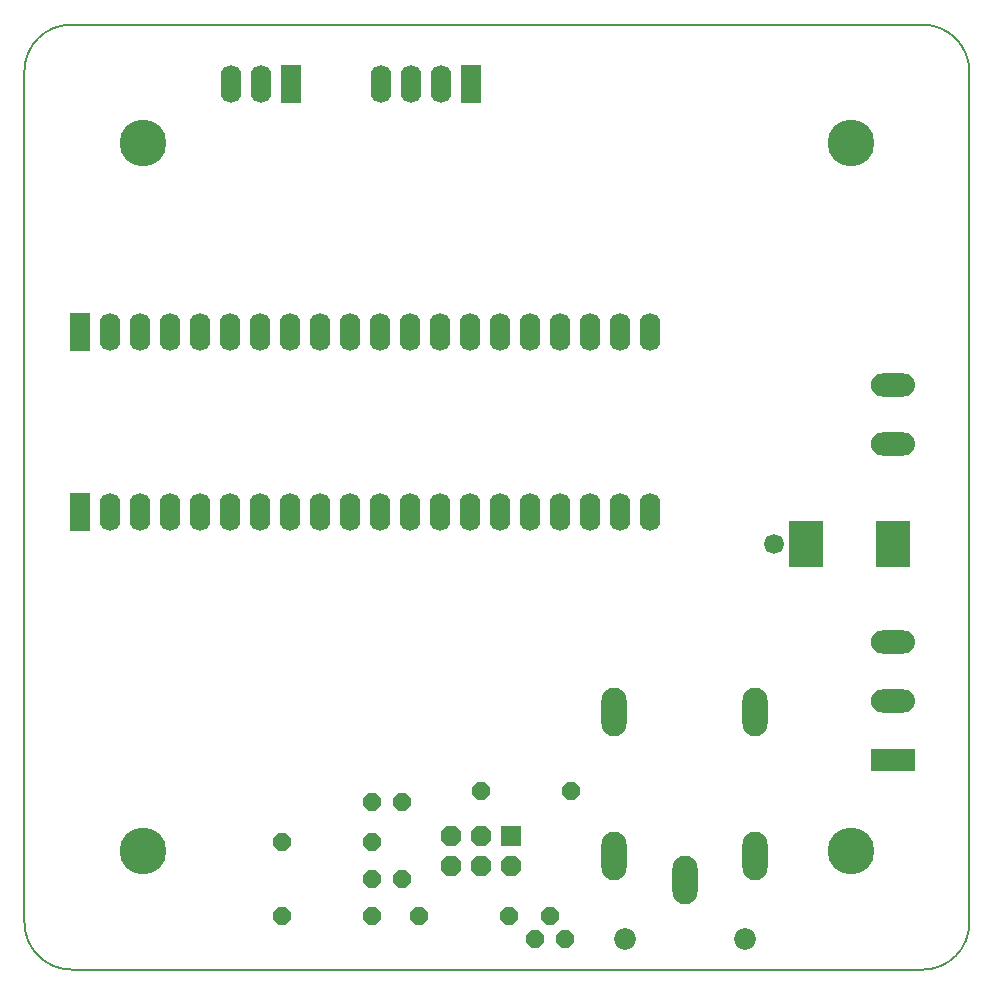
<source format=gbr>
G04 DesignSpark PCB Gerber Version 11.0 Build 5877*
%FSLAX35Y35*%
%MOIN*%
%ADD77O,0.06929X0.12630*%
%ADD82O,0.08430X0.16230*%
%ADD76R,0.06929X0.12630*%
%ADD83R,0.11654X0.15591*%
%ADD84R,0.06630X0.06630*%
%ADD12C,0.00500*%
%ADD75C,0.06630*%
%ADD79C,0.07230*%
%ADD81O,0.14730X0.07680*%
%ADD74C,0.15591*%
%AMT78*0 Octagon Pad at angle 0*4,1,8,-0.01206,-0.02915,0.01206,-0.02915,0.02915,-0.01206,0.02915,0.01206,0.01206,0.02915,-0.01206,0.02915,-0.02915,0.01206,-0.02915,-0.01206,-0.01206,-0.02915,0*%
%ADD78T78*%
%ADD80R,0.14730X0.07680*%
%AMT85*0 Octagon Pad at angle 0*4,1,8,-0.01372,-0.03315,0.01372,-0.03315,0.03315,-0.01372,0.03315,0.01372,0.01372,0.03315,-0.01372,0.03315,-0.03315,0.01372,-0.03315,-0.01372,-0.01372,-0.03315,0*%
%ADD85T85*%
X0Y0D02*
D02*
D12*
X1957480Y1658031D02*
Y1941929D01*
G75*
G03*
X1941929Y1957480I-15551J0D01*
G01*
X1658031D01*
G75*
G03*
X1642520Y1941969I0J-15512D01*
G01*
Y1658268D01*
G75*
G03*
X1658268Y1642520I15748J0D01*
G01*
X1941969D01*
G75*
G03*
X1957480Y1658031I0J15512D01*
G01*
D02*
D74*
X1681890Y1681890D03*
Y1918110D03*
X1918110Y1681890D03*
Y1918110D03*
D02*
D75*
X1892520Y1784252D03*
D02*
D76*
X1660945Y1795079D03*
Y1855079D03*
X1731260Y1937795D03*
X1791378D03*
D02*
D77*
X1670945Y1795079D03*
Y1855079D03*
X1680945Y1795079D03*
Y1855079D03*
X1690945Y1795079D03*
Y1855079D03*
X1700945Y1795079D03*
Y1855079D03*
X1710945Y1795079D03*
Y1855079D03*
X1711260Y1937795D03*
X1720945Y1795079D03*
Y1855079D03*
X1721260Y1937795D03*
X1730945Y1795079D03*
Y1855079D03*
X1740945Y1795079D03*
Y1855079D03*
X1750945Y1795079D03*
Y1855079D03*
X1760945Y1795079D03*
Y1855079D03*
X1761378Y1937795D03*
X1770945Y1795079D03*
Y1855079D03*
X1771378Y1937795D03*
X1780945Y1795079D03*
Y1855079D03*
X1781378Y1937795D03*
X1790945Y1795079D03*
Y1855079D03*
X1800945Y1795079D03*
Y1855079D03*
X1810945Y1795079D03*
Y1855079D03*
X1820945Y1795079D03*
Y1855079D03*
X1830945Y1795079D03*
Y1855079D03*
X1840945Y1795079D03*
Y1855079D03*
X1850945Y1795079D03*
Y1855079D03*
D02*
D78*
X1728228Y1660256D03*
Y1685118D03*
X1758228Y1660256D03*
Y1672638D03*
Y1685118D03*
Y1698268D03*
X1768228Y1672638D03*
Y1698268D03*
X1774094Y1660256D03*
X1794843Y1702205D03*
X1804094Y1660256D03*
X1812717Y1652756D03*
X1817717Y1660256D03*
X1822717Y1652756D03*
X1824843Y1702205D03*
D02*
D79*
X1842598Y1652756D03*
X1882598D03*
D02*
D80*
X1932165Y1712323D03*
D02*
D81*
X1932087Y1817717D03*
Y1837402D03*
X1932165Y1732008D03*
Y1751693D03*
D02*
D82*
X1839098Y1680343D03*
Y1728343D03*
X1862598Y1672343D03*
X1886098Y1680343D03*
Y1728343D03*
D02*
D83*
X1902888Y1784252D03*
X1932088D03*
D02*
D84*
X1804843Y1686929D03*
D02*
D85*
X1784843Y1676929D03*
Y1686929D03*
X1794843Y1676929D03*
Y1686929D03*
X1804843Y1676929D03*
X0Y0D02*
M02*

</source>
